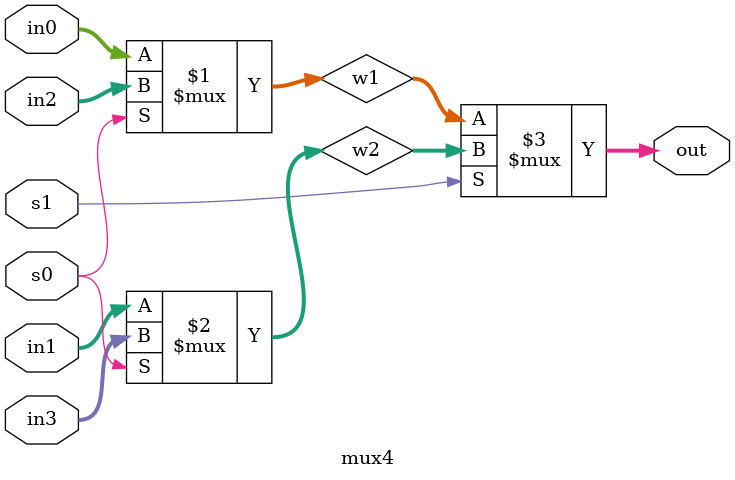
<source format=v>
module mux4(
    input [3:0] in0,
    input [3:0] in1,
    input [3:0] in2,
    input [3:0] in3,
    input s0,
    input s1,
    output [3:0] out
);

wire [3:0] w1, w2;

assign w1 = s0 ? in2 : in0;
assign w2 = s0 ? in3 : in1;

assign out = s1 ? w2 : w1;

endmodule
</source>
